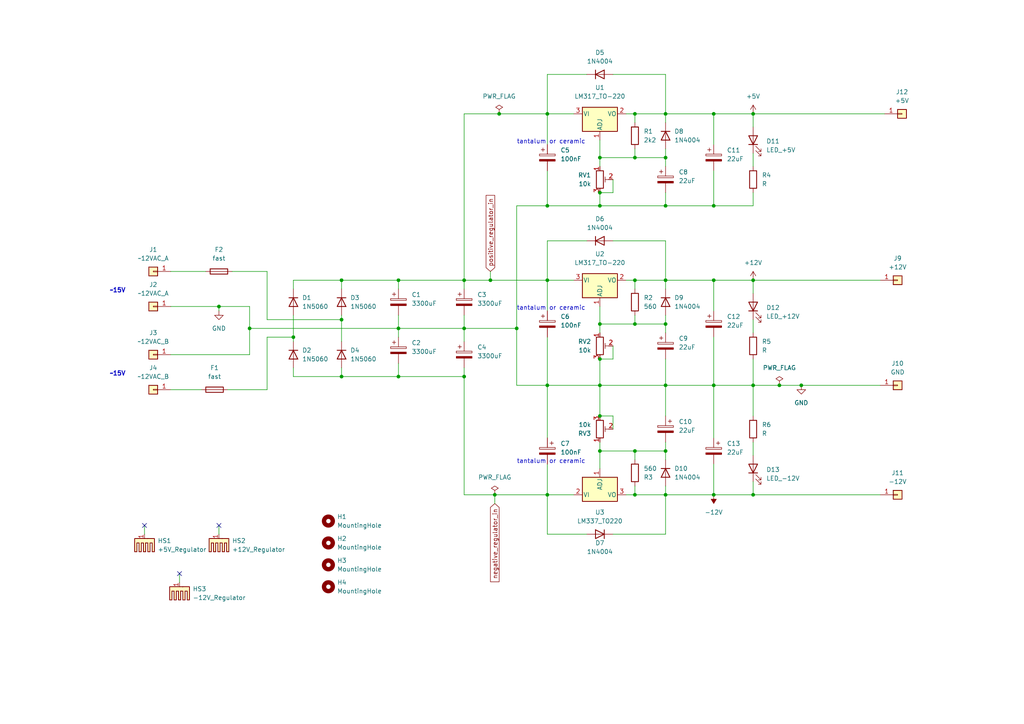
<source format=kicad_sch>
(kicad_sch (version 20211123) (generator eeschema)
  (paper "A4")
  (title_block (title "Eurorack PSU") (rev "0.1.0") (company "Butch Warns"))
  (lib_symbols
    (symbol "Connector_Generic:Conn_01x01" (pin_names (offset 1.016) hide)
      (property "Reference" "J" (at 0 2.54 0))
      (property "Value" "Conn_01x01" (at 0 -2.54 0))
      (symbol "Conn_01x01_1_1"
        (rectangle (start -1.27 0.127) (end 0 -0.127) (stroke (width 0.1524)))
        (rectangle (start -1.27 1.27) (end 1.27 -1.27) (stroke (width 0.254)) (fill (type background)))
        (pin passive line (at -5.08 0 0) (length 3.81) (name "Pin_1") (number "1"))
      )
    )
    (symbol "Device:C_Polarized" (pin_numbers hide) (pin_names (offset 0.254))
      (property "Reference" "C" (at 0.635 2.54 0))
      (property "Value" "C_Polarized" (at 0.635 -2.54 0))
      (symbol "C_Polarized_0_1"
        (rectangle (start -2.286 0.508) (end 2.286 1.016))
        (polyline (pts (xy -1.778 2.286) (xy -0.762 2.286)))
        (polyline (pts (xy -1.27 2.794) (xy -1.27 1.778)))
        (rectangle (start 2.286 -0.508) (end -2.286 -1.016) (fill (type outline)))
      )
      (symbol "C_Polarized_1_1"
        (pin passive line (at 0 3.81 270) (length 2.794) (name "~") (number "1"))
        (pin passive line (at 0 -3.81 90) (length 2.794) (name "~") (number "2"))
      )
    )
    (symbol "Device:Fuse" (pin_numbers hide) (pin_names (offset 0))
      (property "Reference" "F" (at 2.032 0 90))
      (property "Value" "Fuse" (at -1.905 0 90))
      (symbol "Fuse_0_1"
        (rectangle (start -0.762 -2.54) (end 0.762 2.54) (stroke (width 0.254)))
        (polyline (pts (xy 0 2.54) (xy 0 -2.54)))
      )
      (symbol "Fuse_1_1"
        (pin passive line (at 0 3.81 270) (length 1.27) (name "~") (number "1"))
        (pin passive line (at 0 -3.81 90) (length 1.27) (name "~") (number "2"))
      )
    )
    (symbol "Device:LED" (pin_numbers hide) (pin_names (offset 1.016) hide)
      (property "Reference" "D" (at 0 2.54 0))
      (property "Value" "LED" (at 0 -2.54 0))
      (symbol "LED_0_1"
        (polyline (pts (xy -1.27 -1.27) (xy -1.27 1.27)) (stroke (width 0.254)))
        (polyline (pts (xy -1.27 0) (xy 1.27 0)))
        (polyline (pts (xy 1.27 -1.27) (xy 1.27 1.27) (xy -1.27 0) (xy 1.27 -1.27)) (stroke (width 0.254)))
        (polyline (pts (xy -3.048 -0.762) (xy -4.572 -2.286) (xy -3.81 -2.286) (xy -4.572 -2.286) (xy -4.572 -1.524)))
        (polyline (pts (xy -1.778 -0.762) (xy -3.302 -2.286) (xy -2.54 -2.286) (xy -3.302 -2.286) (xy -3.302 -1.524)))
      )
      (symbol "LED_1_1"
        (pin passive line (at -3.81 0 0) (length 2.54) (name "K") (number "1"))
        (pin passive line (at 3.81 0 180) (length 2.54) (name "A") (number "2"))
      )
    )
    (symbol "Device:R" (pin_numbers hide) (pin_names (offset 0))
      (property "Reference" "R" (at 2.032 0 90))
      (property "Value" "R" (at 0 0 90))
      (symbol "R_0_1"
        (rectangle (start -1.016 -2.54) (end 1.016 2.54) (stroke (width 0.254)))
      )
      (symbol "R_1_1"
        (pin passive line (at 0 3.81 270) (length 1.27) (name "~") (number "1"))
        (pin passive line (at 0 -3.81 90) (length 1.27) (name "~") (number "2"))
      )
    )
    (symbol "Device:R_Potentiometer_Trim" (pin_names (offset 1.016) hide)
      (property "Reference" "RV" (at -4.445 0 90))
      (property "Value" "R_Potentiometer_Trim" (at -2.54 0 90))
      (symbol "R_Potentiometer_Trim_0_1"
        (polyline (pts (xy 1.524 0.762) (xy 1.524 -0.762)))
        (polyline (pts (xy 2.54 0) (xy 1.524 0)))
        (rectangle (start 1.016 2.54) (end -1.016 -2.54) (stroke (width 0.254)))
      )
      (symbol "R_Potentiometer_Trim_1_1"
        (pin passive line (at 0 3.81 270) (length 1.27) (name "1") (number "1"))
        (pin passive line (at 3.81 0 180) (length 1.27) (name "2") (number "2"))
        (pin passive line (at 0 -3.81 90) (length 1.27) (name "3") (number "3"))
      )
    )
    (symbol "Diode:1N4004" (pin_numbers hide) (pin_names (offset 1.016) hide)
      (property "Reference" "D" (at 0 2.54 0))
      (property "Value" "1N4004" (at 0 -2.54 0))
      (symbol "1N4004_0_1"
        (polyline (pts (xy -1.27 1.27) (xy -1.27 -1.27)) (stroke (width 0.254)))
        (polyline (pts (xy 1.27 0) (xy -1.27 0)))
        (polyline (pts (xy 1.27 1.27) (xy 1.27 -1.27) (xy -1.27 0) (xy 1.27 1.27)) (stroke (width 0.254)))
      )
      (symbol "1N4004_1_1"
        (pin passive line (at -3.81 0 0) (length 2.54) (name "K") (number "1"))
        (pin passive line (at 3.81 0 180) (length 2.54) (name "A") (number "2"))
      )
    )
    (symbol "Mechanical:Heatsink_Pad" (pin_names (offset 0))
      (property "Reference" "HS" (at 0 5.715 0))
      (property "Value" "Heatsink_Pad" (at 0 3.81 0))
      (symbol "Heatsink_Pad_0_1"
        (polyline (pts (xy -0.3302 0) (xy -0.9652 0) (xy -0.9652 2.54) (xy -1.6002 2.54) (xy -1.6002 0) (xy -2.2352 0) (xy -2.2352 2.54) (xy -2.8702 2.54) (xy -2.8702 -1.27) (xy -0.9652 -1.27)) (stroke (width 0.254)) (fill (type background)))
        (polyline (pts (xy -0.3302 0) (xy -0.3302 2.54) (xy 0.3048 2.54) (xy 0.3048 0) (xy 0.9398 0) (xy 0.9398 2.54) (xy 1.5748 2.54) (xy 1.5748 0) (xy 2.2098 0) (xy 2.2098 2.54) (xy 2.8448 2.54) (xy 2.8448 -1.27) (xy -0.9652 -1.27)) (stroke (width 0.254)) (fill (type background)))
      )
      (symbol "Heatsink_Pad_1_1"
        (pin passive line (at 0 -2.54 90) (length 1.27) (name "~") (number "1"))
      )
    )
    (symbol "Mechanical:MountingHole" (pin_names (offset 1.016))
      (property "Reference" "H" (at 0 5.08 0))
      (property "Value" "MountingHole" (at 0 3.175 0))
      (symbol "MountingHole_0_1"
        (circle (center 0 0) (radius 1.27) (stroke (width 1.27)))
      )
    )
    (symbol "Regulator_Linear:LM317_TO-220" (pin_names (offset 0.254))
      (property "Reference" "U" (at -3.81 3.175 0))
      (property "Value" "LM317_TO-220" (at 0 3.175 0))
      (symbol "LM317_TO-220_0_1"
        (rectangle (start -5.08 1.905) (end 5.08 -5.08) (stroke (width 0.254)) (fill (type background)))
      )
      (symbol "LM317_TO-220_1_1"
        (pin input line (at 0 -7.62 90) (length 2.54) (name "ADJ") (number "1"))
        (pin power_out line (at 7.62 0 180) (length 2.54) (name "VO") (number "2"))
        (pin power_in line (at -7.62 0 0) (length 2.54) (name "VI") (number "3"))
      )
    )
    (symbol "Regulator_Linear:LM337_TO220" (pin_names (offset 0.254))
      (property "Reference" "U" (at -3.81 -3.175 0))
      (property "Value" "LM337_TO220" (at 0 -3.175 0))
      (symbol "LM337_TO220_0_1"
        (rectangle (start -5.08 5.08) (end 5.08 -1.905) (stroke (width 0.254)) (fill (type background)))
      )
      (symbol "LM337_TO220_1_1"
        (pin input line (at 0 7.62 270) (length 2.54) (name "ADJ") (number "1"))
        (pin power_in line (at -7.62 0 0) (length 2.54) (name "VI") (number "2"))
        (pin power_out line (at 7.62 0 180) (length 2.54) (name "VO") (number "3"))
      )
    )
    (symbol "power:+12V" (power) (pin_names (offset 0))
      (property "Value" "+12V" (at 0 3.556 0))
      (symbol "+12V_0_1"
        (polyline (pts (xy -0.762 1.27) (xy 0 2.54)))
        (polyline (pts (xy 0 0) (xy 0 2.54)))
        (polyline (pts (xy 0 2.54) (xy 0.762 1.27)))
      )
      (symbol "+12V_1_1"
        (pin power_in line (at 0 0 90) (length 0) hide (name "+12V") (number "1"))
      )
    )
    (symbol "power:+5V" (power) (pin_names (offset 0))
      (property "Value" "+5V" (at 0 3.556 0))
      (symbol "+5V_0_1"
        (polyline (pts (xy -0.762 1.27) (xy 0 2.54)))
        (polyline (pts (xy 0 0) (xy 0 2.54)))
        (polyline (pts (xy 0 2.54) (xy 0.762 1.27)))
      )
      (symbol "+5V_1_1"
        (pin power_in line (at 0 0 90) (length 0) hide (name "+5V") (number "1"))
      )
    )
    (symbol "power:-12V" (power) (pin_names (offset 0))
      (property "Value" "-12V" (at 0 3.81 0))
      (symbol "-12V_0_0"
        (pin power_in line (at 0 0 90) (length 0) hide (name "-12V") (number "1"))
      )
      (symbol "-12V_0_1"
        (polyline (pts (xy 0 0) (xy 0 1.27) (xy 0.762 1.27) (xy 0 2.54) (xy -0.762 1.27) (xy 0 1.27)) (fill (type outline)))
      )
    )
    (symbol "power:GND" (power) (pin_names (offset 0))
      (property "Value" "GND" (at 0 -3.81 0))
      (symbol "GND_0_1"
        (polyline (pts (xy 0 0) (xy 0 -1.27) (xy 1.27 -1.27) (xy 0 -2.54) (xy -1.27 -1.27) (xy 0 -1.27)))
      )
      (symbol "GND_1_1"
        (pin power_in line (at 0 0 270) (length 0) hide (name "GND") (number "1"))
      )
    )
    (symbol "power:PWR_FLAG" (power) (pin_numbers hide) (pin_names (offset 0) hide)
      (property "Value" "PWR_FLAG" (at 0 3.81 0))
      (symbol "PWR_FLAG_0_0"
        (pin power_out line (at 0 0 90) (length 0) (name "pwr") (number "1"))
      )
      (symbol "PWR_FLAG_0_1"
        (polyline (pts (xy 0 0) (xy 0 1.27) (xy -1.016 1.905) (xy 0 2.54) (xy 1.016 1.905) (xy 0 1.27)))
      )
    )
  )
  (junction (at 134.62 81.28))
  (junction (at 207.01 59.69))
  (junction (at 142.24 81.28))
  (junction (at 218.44 143.51))
  (junction (at 193.04 111.76))
  (junction (at 173.99 104.14))
  (junction (at 173.99 130.81))
  (junction (at 173.99 111.76))
  (junction (at 184.15 81.28))
  (junction (at 193.04 81.28))
  (junction (at 184.15 45.72))
  (junction (at 99.06 81.28))
  (junction (at 173.99 55.88))
  (junction (at 149.86 95.25))
  (junction (at 218.44 81.28))
  (junction (at 184.15 33.02))
  (junction (at 173.99 120.65))
  (junction (at 207.01 143.51))
  (junction (at 207.01 33.02))
  (junction (at 193.04 130.81))
  (junction (at 184.15 143.51))
  (junction (at 115.57 81.28))
  (junction (at 184.15 93.98))
  (junction (at 63.5 88.9))
  (junction (at 193.04 59.69))
  (junction (at 173.99 59.69))
  (junction (at 184.15 130.81))
  (junction (at 99.06 92.71))
  (junction (at 158.75 143.51))
  (junction (at 158.75 33.02))
  (junction (at 193.04 33.02))
  (junction (at 72.39 95.25))
  (junction (at 207.01 81.28))
  (junction (at 115.57 95.25))
  (junction (at 158.75 81.28))
  (junction (at 193.04 93.98))
  (junction (at 134.62 95.25))
  (junction (at 193.04 45.72))
  (junction (at 173.99 93.98))
  (junction (at 158.75 111.76))
  (junction (at 226.06 111.76))
  (junction (at 207.01 111.76))
  (junction (at 173.99 45.72))
  (junction (at 99.06 109.22))
  (junction (at 232.41 111.76))
  (junction (at 134.62 109.22))
  (junction (at 143.51 143.51))
  (junction (at 193.04 143.51))
  (junction (at 218.44 111.76))
  (junction (at 85.09 97.79))
  (junction (at 144.78 33.02))
  (junction (at 115.57 109.22))
  (junction (at 158.75 59.69))
  (junction (at 218.44 33.02))
  (no_connect (at 52.07 166.37))
  (no_connect (at 63.5 152.4))
  (no_connect (at 41.91 152.4))
  (wire (pts (xy 85.09 109.22) (xy 85.09 106.68)))
  (wire (pts (xy 218.44 111.76) (xy 218.44 120.65)))
  (wire (pts (xy 77.47 78.74) (xy 77.47 92.71)))
  (wire (pts (xy 72.39 95.25) (xy 72.39 102.87)))
  (wire (pts (xy 184.15 143.51) (xy 184.15 140.97)))
  (wire (pts (xy 158.75 49.53) (xy 158.75 59.69)))
  (wire (pts (xy 134.62 83.82) (xy 134.62 81.28)))
  (wire (pts (xy 173.99 120.65) (xy 177.8 120.65)))
  (wire (pts (xy 144.78 33.02) (xy 158.75 33.02)))
  (wire (pts (xy 158.75 111.76) (xy 158.75 127)))
  (wire (pts (xy 115.57 95.25) (xy 134.62 95.25)))
  (wire (pts (xy 193.04 45.72) (xy 193.04 48.26)))
  (wire (pts (xy 77.47 97.79) (xy 85.09 97.79)))
  (wire (pts (xy 158.75 97.79) (xy 158.75 111.76)))
  (wire (pts (xy 115.57 91.44) (xy 115.57 95.25)))
  (wire (pts (xy 207.01 111.76) (xy 218.44 111.76)))
  (wire (pts (xy 85.09 91.44) (xy 85.09 97.79)))
  (wire (pts (xy 173.99 135.89) (xy 173.99 130.81)))
  (wire (pts (xy 63.5 88.9) (xy 63.5 90.17)))
  (wire (pts (xy 207.01 81.28) (xy 218.44 81.28)))
  (wire (pts (xy 52.07 166.37) (xy 52.07 168.91)))
  (wire (pts (xy 218.44 139.7) (xy 218.44 143.51)))
  (wire (pts (xy 170.18 69.85) (xy 158.75 69.85)))
  (wire (pts (xy 218.44 143.51) (xy 207.01 143.51)))
  (wire (pts (xy 193.04 81.28) (xy 193.04 83.82)))
  (wire (pts (xy 99.06 109.22) (xy 115.57 109.22)))
  (wire (pts (xy 184.15 91.44) (xy 184.15 93.98)))
  (wire (pts (xy 173.99 55.88) (xy 173.99 59.69)))
  (wire (pts (xy 134.62 95.25) (xy 134.62 99.06)))
  (wire (pts (xy 218.44 55.88) (xy 218.44 59.69)))
  (wire (pts (xy 134.62 81.28) (xy 142.24 81.28)))
  (wire (pts (xy 193.04 143.51) (xy 193.04 140.97)))
  (wire (pts (xy 173.99 104.14) (xy 177.8 104.14)))
  (wire (pts (xy 158.75 81.28) (xy 158.75 90.17)))
  (wire (pts (xy 207.01 33.02) (xy 218.44 33.02)))
  (wire (pts (xy 218.44 33.02) (xy 218.44 36.83)))
  (wire (pts (xy 134.62 81.28) (xy 115.57 81.28)))
  (wire (pts (xy 134.62 109.22) (xy 134.62 143.51)))
  (wire (pts (xy 184.15 93.98) (xy 193.04 93.98)))
  (wire (pts (xy 193.04 59.69) (xy 207.01 59.69)))
  (wire (pts (xy 193.04 93.98) (xy 193.04 96.52)))
  (wire (pts (xy 218.44 111.76) (xy 226.06 111.76)))
  (wire (pts (xy 173.99 104.14) (xy 173.99 111.76)))
  (wire (pts (xy 99.06 106.68) (xy 99.06 109.22)))
  (wire (pts (xy 226.06 111.76) (xy 232.41 111.76)))
  (wire (pts (xy 177.8 104.14) (xy 177.8 100.33)))
  (wire (pts (xy 173.99 130.81) (xy 173.99 128.27)))
  (wire (pts (xy 158.75 143.51) (xy 158.75 134.62)))
  (wire (pts (xy 134.62 33.02) (xy 144.78 33.02)))
  (wire (pts (xy 184.15 33.02) (xy 184.15 35.56)))
  (wire (pts (xy 193.04 154.94) (xy 193.04 143.51)))
  (wire (pts (xy 207.01 97.79) (xy 207.01 111.76)))
  (wire (pts (xy 193.04 130.81) (xy 193.04 128.27)))
  (wire (pts (xy 49.53 88.9) (xy 63.5 88.9)))
  (wire (pts (xy 193.04 21.59) (xy 193.04 33.02)))
  (wire (pts (xy 218.44 33.02) (xy 256.54 33.02)))
  (wire (pts (xy 207.01 134.62) (xy 207.01 143.51)))
  (wire (pts (xy 218.44 81.28) (xy 255.27 81.28)))
  (wire (pts (xy 193.04 111.76) (xy 207.01 111.76)))
  (wire (pts (xy 166.37 33.02) (xy 158.75 33.02)))
  (wire (pts (xy 173.99 88.9) (xy 173.99 93.98)))
  (wire (pts (xy 115.57 81.28) (xy 115.57 83.82)))
  (wire (pts (xy 99.06 92.71) (xy 99.06 99.06)))
  (wire (pts (xy 115.57 105.41) (xy 115.57 109.22)))
  (wire (pts (xy 207.01 41.91) (xy 207.01 33.02)))
  (wire (pts (xy 143.51 143.51) (xy 143.51 146.05)))
  (wire (pts (xy 115.57 95.25) (xy 115.57 97.79)))
  (wire (pts (xy 158.75 111.76) (xy 173.99 111.76)))
  (wire (pts (xy 142.24 78.74) (xy 142.24 81.28)))
  (wire (pts (xy 99.06 109.22) (xy 85.09 109.22)))
  (wire (pts (xy 177.8 154.94) (xy 193.04 154.94)))
  (wire (pts (xy 181.61 33.02) (xy 184.15 33.02)))
  (wire (pts (xy 193.04 69.85) (xy 193.04 81.28)))
  (wire (pts (xy 193.04 43.18) (xy 193.04 45.72)))
  (wire (pts (xy 218.44 81.28) (xy 218.44 85.09)))
  (wire (pts (xy 166.37 81.28) (xy 158.75 81.28)))
  (wire (pts (xy 85.09 83.82) (xy 85.09 81.28)))
  (wire (pts (xy 184.15 93.98) (xy 173.99 93.98)))
  (wire (pts (xy 85.09 97.79) (xy 85.09 99.06)))
  (wire (pts (xy 181.61 143.51) (xy 184.15 143.51)))
  (wire (pts (xy 232.41 111.76) (xy 255.27 111.76)))
  (wire (pts (xy 49.53 78.74) (xy 59.69 78.74)))
  (wire (pts (xy 218.44 92.71) (xy 218.44 96.52)))
  (wire (pts (xy 99.06 91.44) (xy 99.06 92.71)))
  (wire (pts (xy 207.01 81.28) (xy 193.04 81.28)))
  (wire (pts (xy 158.75 111.76) (xy 149.86 111.76)))
  (wire (pts (xy 49.53 113.03) (xy 58.42 113.03)))
  (wire (pts (xy 115.57 109.22) (xy 134.62 109.22)))
  (wire (pts (xy 207.01 33.02) (xy 193.04 33.02)))
  (wire (pts (xy 158.75 59.69) (xy 149.86 59.69)))
  (wire (pts (xy 85.09 81.28) (xy 99.06 81.28)))
  (wire (pts (xy 170.18 21.59) (xy 158.75 21.59)))
  (wire (pts (xy 134.62 95.25) (xy 149.86 95.25)))
  (wire (pts (xy 218.44 143.51) (xy 255.27 143.51)))
  (wire (pts (xy 193.04 111.76) (xy 193.04 120.65)))
  (wire (pts (xy 193.04 55.88) (xy 193.04 59.69)))
  (wire (pts (xy 184.15 133.35) (xy 184.15 130.81)))
  (wire (pts (xy 158.75 33.02) (xy 158.75 41.91)))
  (wire (pts (xy 193.04 59.69) (xy 173.99 59.69)))
  (wire (pts (xy 72.39 88.9) (xy 72.39 95.25)))
  (wire (pts (xy 184.15 130.81) (xy 173.99 130.81)))
  (wire (pts (xy 184.15 143.51) (xy 193.04 143.51)))
  (wire (pts (xy 177.8 120.65) (xy 177.8 124.46)))
  (wire (pts (xy 184.15 45.72) (xy 193.04 45.72)))
  (wire (pts (xy 184.15 45.72) (xy 173.99 45.72)))
  (wire (pts (xy 134.62 106.68) (xy 134.62 109.22)))
  (wire (pts (xy 193.04 33.02) (xy 193.04 35.56)))
  (wire (pts (xy 181.61 81.28) (xy 184.15 81.28)))
  (wire (pts (xy 177.8 55.88) (xy 177.8 52.07)))
  (wire (pts (xy 173.99 40.64) (xy 173.99 45.72)))
  (wire (pts (xy 99.06 81.28) (xy 115.57 81.28)))
  (wire (pts (xy 177.8 69.85) (xy 193.04 69.85)))
  (wire (pts (xy 149.86 95.25) (xy 149.86 111.76)))
  (wire (pts (xy 67.31 78.74) (xy 77.47 78.74)))
  (wire (pts (xy 207.01 59.69) (xy 207.01 49.53)))
  (wire (pts (xy 193.04 133.35) (xy 193.04 130.81)))
  (wire (pts (xy 99.06 81.28) (xy 99.06 83.82)))
  (wire (pts (xy 173.99 111.76) (xy 193.04 111.76)))
  (wire (pts (xy 184.15 81.28) (xy 184.15 83.82)))
  (wire (pts (xy 173.99 93.98) (xy 173.99 96.52)))
  (wire (pts (xy 207.01 111.76) (xy 207.01 127)))
  (wire (pts (xy 173.99 45.72) (xy 173.99 48.26)))
  (wire (pts (xy 218.44 128.27) (xy 218.44 132.08)))
  (wire (pts (xy 218.44 104.14) (xy 218.44 111.76)))
  (wire (pts (xy 134.62 143.51) (xy 143.51 143.51)))
  (wire (pts (xy 207.01 59.69) (xy 218.44 59.69)))
  (wire (pts (xy 207.01 81.28) (xy 207.01 90.17)))
  (wire (pts (xy 177.8 21.59) (xy 193.04 21.59)))
  (wire (pts (xy 158.75 21.59) (xy 158.75 33.02)))
  (wire (pts (xy 193.04 104.14) (xy 193.04 111.76)))
  (wire (pts (xy 173.99 55.88) (xy 177.8 55.88)))
  (wire (pts (xy 77.47 92.71) (xy 99.06 92.71)))
  (wire (pts (xy 158.75 154.94) (xy 158.75 143.51)))
  (wire (pts (xy 142.24 81.28) (xy 158.75 81.28)))
  (wire (pts (xy 134.62 81.28) (xy 134.62 33.02)))
  (wire (pts (xy 72.39 95.25) (xy 115.57 95.25)))
  (wire (pts (xy 63.5 152.4) (xy 63.5 154.94)))
  (wire (pts (xy 41.91 152.4) (xy 41.91 154.94)))
  (wire (pts (xy 166.37 143.51) (xy 158.75 143.51)))
  (wire (pts (xy 134.62 91.44) (xy 134.62 95.25)))
  (wire (pts (xy 158.75 69.85) (xy 158.75 81.28)))
  (wire (pts (xy 66.04 113.03) (xy 77.47 113.03)))
  (wire (pts (xy 143.51 143.51) (xy 158.75 143.51)))
  (wire (pts (xy 170.18 154.94) (xy 158.75 154.94)))
  (wire (pts (xy 184.15 81.28) (xy 193.04 81.28)))
  (wire (pts (xy 149.86 59.69) (xy 149.86 95.25)))
  (wire (pts (xy 184.15 43.18) (xy 184.15 45.72)))
  (wire (pts (xy 184.15 33.02) (xy 193.04 33.02)))
  (wire (pts (xy 184.15 130.81) (xy 193.04 130.81)))
  (wire (pts (xy 63.5 88.9) (xy 72.39 88.9)))
  (wire (pts (xy 77.47 113.03) (xy 77.47 97.79)))
  (wire (pts (xy 218.44 44.45) (xy 218.44 48.26)))
  (wire (pts (xy 49.53 102.87) (xy 72.39 102.87)))
  (wire (pts (xy 173.99 111.76) (xy 173.99 120.65)))
  (wire (pts (xy 158.75 59.69) (xy 173.99 59.69)))
  (wire (pts (xy 207.01 143.51) (xy 193.04 143.51)))
  (wire (pts (xy 193.04 91.44) (xy 193.04 93.98)))
  (text "tantalum or ceramic" (at 149.86 134.62 0) (effects (font (size 1.27 1.27)) (justify left bottom)))
  (text "~15V" (at 31.75 85.09 0) (effects (font (size 1.27 1.27) (thickness 0.254) bold) (justify left bottom)))
  (text "~15V" (at 31.75 109.22 0) (effects (font (size 1.27 1.27) (thickness 0.254) bold) (justify left bottom)))
  (text "tantalum or ceramic" (at 149.86 41.91 0) (effects (font (size 1.27 1.27)) (justify left bottom)))
  (text "tantalum or ceramic" (at 149.86 90.17 0) (effects (font (size 1.27 1.27)) (justify left bottom)))
  (global_label "positive_regulator_in" (shape input) (at 142.24 78.74 90) (property "Intersheet References" "${INTERSHEET_REFS}" (effects hide)))
  (global_label "negative_regulator_in" (shape input) (at 143.51 146.05 270) (property "Intersheet References" "${INTERSHEET_REFS}" (effects hide)))
  (symbol (lib_id "Device:C_Polarized") (at 134.62 87.63 0) (unit 1)
    (property "Reference" "C3" (at 138.43 85.4709 0) (effects (justify left)))
    (property "Value" "3300uF" (at 138.43 88.0109 0) (effects (justify left)))
    (property "Footprint" "Capacitor_THT:CP_Radial_D16.0mm_P7.50mm" (effects hide))
  )
  (symbol (lib_id "Device:LED") (at 218.44 135.89 90) (unit 1)
    (property "Reference" "D13" (at 222.25 136.2074 90) (effects (justify right)))
    (property "Value" "LED_-12V" (at 222.25 138.7474 90) (effects (justify right)))
    (property "Footprint" "LED_THT:LED_D3.0mm" (effects hide))
  )
  (symbol (lib_id "Mechanical:Heatsink_Pad") (at 63.5 157.48 180) (unit 1)
    (property "Reference" "HS2" (at 67.31 156.8449 0) (effects (justify right)))
    (property "Value" "+12V_Regulator" (at 67.31 159.3849 0) (effects (justify right)))
    (property "Footprint" "Heatsink:Heatsink_Fischer_SK129-STS_42x25mm_2xDrill2.5mm" (effects hide))
  )
  (symbol (lib_id "Mechanical:Heatsink_Pad") (at 52.07 171.45 180) (unit 1)
    (property "Reference" "HS3" (at 55.88 170.8149 0) (effects (justify right)))
    (property "Value" "-12V_Regulator" (at 55.88 173.3549 0) (effects (justify right)))
    (property "Footprint" "Heatsink:Heatsink_Fischer_SK129-STS_42x25mm_2xDrill2.5mm" (effects hide))
  )
  (symbol (lib_id "Mechanical:MountingHole") (at 95.25 170.18 0) (unit 1)
    (property "Reference" "H4" (at 97.79 168.9099 0) (effects (justify left)))
    (property "Value" "MountingHole" (at 97.79 171.4499 0) (effects (justify left)))
    (property "Footprint" "MountingHole:MountingHole_3.2mm_M3" (effects hide))
  )
  (symbol (lib_id "Connector_Generic:Conn_01x01") (at 44.45 102.87 180) (unit 1)
    (property "Reference" "J3" (at 44.45 96.52 0))
    (property "Value" "~12VAC_B" (at 44.45 99.06 0))
    (property "Footprint" "eurorack_drill_sizes:Flat_Connector_Vogt_6.35mm_P5mm" (effects hide))
  )
  (symbol (lib_id "Device:R") (at 184.15 87.63 0) (unit 1)
    (property "Reference" "R2" (at 186.69 86.3599 0) (effects (justify left)))
    (property "Value" "560" (at 186.69 88.8999 0) (effects (justify left)))
    (property "Footprint" "Resistor_THT:R_Axial_DIN0207_L6.3mm_D2.5mm_P7.62mm_Horizontal" (effects hide))
  )
  (symbol (lib_id "Connector_Generic:Conn_01x01") (at 260.35 143.51 0) (mirror x) (unit 1)
    (property "Reference" "J11" (at 260.35 137.16 0))
    (property "Value" "-12V" (at 260.35 139.7 0))
    (property "Footprint" "eurorack_drill_sizes:Flat_Connector_Vogt_6.35mm_P5mm" (effects hide))
  )
  (symbol (lib_id "Device:LED") (at 218.44 40.64 90) (unit 1)
    (property "Reference" "D11" (at 222.25 40.9574 90) (effects (justify right)))
    (property "Value" "LED_+5V" (at 222.25 43.4974 90) (effects (justify right)))
    (property "Footprint" "LED_THT:LED_D3.0mm" (effects hide))
  )
  (symbol (lib_id "Diode:1N4004") (at 193.04 87.63 270) (unit 1)
    (property "Reference" "D9" (at 195.58 86.3599 90) (effects (justify left)))
    (property "Value" "1N4004" (at 195.58 88.8999 90) (effects (justify left)))
    (property "Footprint" "Diode_THT:D_DO-41_SOD81_P10.16mm_Horizontal" (effects hide))
    (property "Datasheet" "http://www.vishay.com/docs/88503/1n4001.pdf" (effects hide))
  )
  (symbol (lib_id "Device:C_Polarized") (at 193.04 100.33 0) (unit 1)
    (property "Reference" "C9" (at 196.85 98.1709 0) (effects (justify left)))
    (property "Value" "22uF" (at 196.85 100.7109 0) (effects (justify left)))
    (property "Footprint" "Capacitor_THT:CP_Radial_D5.0mm_P2.00mm" (effects hide))
  )
  (symbol (lib_id "Device:Fuse") (at 63.5 78.74 90) (unit 1)
    (property "Reference" "F2" (at 63.5 72.39 90))
    (property "Value" " fast" (at 63.5 74.93 90))
    (property "Footprint" "Fuse:Fuseholder_Cylinder-5x20mm_Schurter_0031_8201_Horizontal_Open" (effects hide))
  )
  (symbol (lib_id "Mechanical:MountingHole") (at 95.25 157.48 0) (unit 1)
    (property "Reference" "H2" (at 97.79 156.2099 0) (effects (justify left)))
    (property "Value" "MountingHole" (at 97.79 158.7499 0) (effects (justify left)))
    (property "Footprint" "MountingHole:MountingHole_3.2mm_M3" (effects hide))
  )
  (symbol (lib_id "Mechanical:MountingHole") (at 95.25 151.13 0) (unit 1)
    (property "Reference" "H1" (at 97.79 149.8599 0) (effects (justify left)))
    (property "Value" "MountingHole" (at 97.79 152.3999 0) (effects (justify left)))
    (property "Footprint" "MountingHole:MountingHole_3.2mm_M3" (effects hide))
  )
  (symbol (lib_id "Diode:1N4004") (at 85.09 102.87 270) (unit 1)
    (property "Reference" "D2" (at 87.63 101.5999 90) (effects (justify left)))
    (property "Value" "1N5060" (at 87.63 104.1399 90) (effects (justify left)))
    (property "Footprint" "Diode_THT:D_DO-41_SOD81_P10.16mm_Horizontal" (effects hide))
    (property "Datasheet" "http://www.vishay.com/docs/88503/1n4001.pdf" (effects hide))
  )
  (symbol (lib_id "Regulator_Linear:LM317_TO-220") (at 173.99 81.28 0) (unit 1)
    (property "Reference" "U2" (at 173.99 73.66 0))
    (property "Value" "LM317_TO-220" (at 173.99 76.2 0))
    (property "Footprint" "Package_TO_SOT_THT:TO-220-3_Vertical" (effects hide))
    (property "Datasheet" "http://www.ti.com/lit/ds/symlink/lm317.pdf" (effects hide))
  )
  (symbol (lib_id "Device:C_Polarized") (at 207.01 93.98 0) (unit 1)
    (property "Reference" "C12" (at 210.82 91.8209 0) (effects (justify left)))
    (property "Value" "22uF" (at 210.82 94.3609 0) (effects (justify left)))
    (property "Footprint" "Capacitor_THT:CP_Radial_D5.0mm_P2.00mm" (effects hide))
  )
  (symbol (lib_id "power:PWR_FLAG") (at 226.06 111.76 0) (unit 1)
    (property "Reference" "#FLG0102" (effects hide))
    (property "Value" "PWR_FLAG" (at 226.06 106.68 0))
  )
  (symbol (lib_id "Diode:1N4004") (at 173.99 154.94 0) (mirror y) (unit 1)
    (property "Reference" "D7" (at 173.99 157.48 0))
    (property "Value" "1N4004" (at 173.99 160.02 0))
    (property "Footprint" "Diode_THT:D_DO-41_SOD81_P10.16mm_Horizontal" (effects hide))
    (property "Datasheet" "http://www.vishay.com/docs/88503/1n4001.pdf" (effects hide))
  )
  (symbol (lib_id "Device:R_Potentiometer_Trim") (at 173.99 124.46 0) (mirror x) (unit 1)
    (property "Reference" "RV3" (at 171.45 125.7301 0) (effects (justify right)))
    (property "Value" "10k" (at 171.45 123.1901 0) (effects (justify right)))
    (property "Footprint" "Potentiometer_THT:Potentiometer_Bourns_3296W_Vertical" (effects hide))
  )
  (symbol (lib_id "power:+5V") (at 218.44 33.02 0) (unit 1)
    (property "Reference" "#PWR0104" (effects hide))
    (property "Value" "+5V" (at 218.44 27.94 0))
  )
  (symbol (lib_id "Device:R") (at 218.44 100.33 0) (unit 1)
    (property "Reference" "R5" (at 220.98 99.0599 0) (effects (justify left)))
    (property "Value" "R" (at 220.98 101.5999 0) (effects (justify left)))
    (property "Footprint" "Resistor_THT:R_Axial_DIN0207_L6.3mm_D2.5mm_P7.62mm_Horizontal" (effects hide))
  )
  (symbol (lib_id "Diode:1N4004") (at 99.06 102.87 270) (unit 1)
    (property "Reference" "D4" (at 101.6 101.5999 90) (effects (justify left)))
    (property "Value" "1N5060" (at 101.6 104.1399 90) (effects (justify left)))
    (property "Footprint" "Diode_THT:D_DO-41_SOD81_P10.16mm_Horizontal" (effects hide))
    (property "Datasheet" "http://www.vishay.com/docs/88503/1n4001.pdf" (effects hide))
  )
  (symbol (lib_id "Diode:1N4004") (at 193.04 39.37 270) (unit 1)
    (property "Reference" "D8" (at 195.58 38.0999 90) (effects (justify left)))
    (property "Value" "1N4004" (at 195.58 40.6399 90) (effects (justify left)))
    (property "Footprint" "Diode_THT:D_DO-41_SOD81_P10.16mm_Horizontal" (effects hide))
    (property "Datasheet" "http://www.vishay.com/docs/88503/1n4001.pdf" (effects hide))
  )
  (symbol (lib_id "Mechanical:MountingHole") (at 95.25 163.83 0) (unit 1)
    (property "Reference" "H3" (at 97.79 162.5599 0) (effects (justify left)))
    (property "Value" "MountingHole" (at 97.79 165.0999 0) (effects (justify left)))
    (property "Footprint" "MountingHole:MountingHole_3.2mm_M3" (effects hide))
  )
  (symbol (lib_id "Device:C_Polarized") (at 134.62 102.87 0) (unit 1)
    (property "Reference" "C4" (at 138.43 100.7109 0) (effects (justify left)))
    (property "Value" "3300uF" (at 138.43 103.2509 0) (effects (justify left)))
    (property "Footprint" "Capacitor_THT:CP_Radial_D16.0mm_P7.50mm" (effects hide))
  )
  (symbol (lib_id "Connector_Generic:Conn_01x01") (at 44.45 78.74 180) (unit 1)
    (property "Reference" "J1" (at 44.45 72.39 0))
    (property "Value" "~12VAC_A" (at 44.45 74.93 0))
    (property "Footprint" "eurorack_drill_sizes:Flat_Connector_Vogt_6.35mm_P5mm" (effects hide))
  )
  (symbol (lib_id "Diode:1N4004") (at 173.99 69.85 0) (unit 1)
    (property "Reference" "D6" (at 173.99 63.5 0))
    (property "Value" "1N4004" (at 173.99 66.04 0))
    (property "Footprint" "Diode_THT:D_DO-41_SOD81_P10.16mm_Horizontal" (effects hide))
    (property "Datasheet" "http://www.vishay.com/docs/88503/1n4001.pdf" (effects hide))
  )
  (symbol (lib_id "Connector_Generic:Conn_01x01") (at 44.45 113.03 180) (unit 1)
    (property "Reference" "J4" (at 44.45 106.68 0))
    (property "Value" "~12VAC_B" (at 44.45 109.22 0))
    (property "Footprint" "eurorack_drill_sizes:Flat_Connector_Vogt_6.35mm_P5mm" (effects hide))
  )
  (symbol (lib_id "Device:C_Polarized") (at 207.01 130.81 0) (mirror y) (unit 1)
    (property "Reference" "C13" (at 210.82 128.6509 0) (effects (justify right)))
    (property "Value" "22uF" (at 210.82 131.1909 0) (effects (justify right)))
    (property "Footprint" "Capacitor_THT:CP_Radial_D5.0mm_P2.00mm" (effects hide))
  )
  (symbol (lib_id "Device:LED") (at 218.44 88.9 90) (unit 1)
    (property "Reference" "D12" (at 222.25 89.2174 90) (effects (justify right)))
    (property "Value" "LED_+12V" (at 222.25 91.7574 90) (effects (justify right)))
    (property "Footprint" "LED_THT:LED_D3.0mm" (effects hide))
  )
  (symbol (lib_id "Regulator_Linear:LM317_TO-220") (at 173.99 33.02 0) (unit 1)
    (property "Reference" "U1" (at 173.99 25.4 0))
    (property "Value" "LM317_TO-220" (at 173.99 27.94 0))
    (property "Footprint" "Package_TO_SOT_THT:TO-220-3_Vertical" (effects hide))
    (property "Datasheet" "http://www.ti.com/lit/ds/symlink/lm317.pdf" (effects hide))
  )
  (symbol (lib_id "Diode:1N4004") (at 193.04 137.16 90) (mirror x) (unit 1)
    (property "Reference" "D10" (at 195.58 135.8899 90) (effects (justify right)))
    (property "Value" "1N4004" (at 195.58 138.4299 90) (effects (justify right)))
    (property "Footprint" "Diode_THT:D_DO-41_SOD81_P10.16mm_Horizontal" (effects hide))
    (property "Datasheet" "http://www.vishay.com/docs/88503/1n4001.pdf" (effects hide))
  )
  (symbol (lib_id "Device:R") (at 218.44 52.07 0) (unit 1)
    (property "Reference" "R4" (at 220.98 50.7999 0) (effects (justify left)))
    (property "Value" "R" (at 220.98 53.3399 0) (effects (justify left)))
    (property "Footprint" "Resistor_THT:R_Axial_DIN0207_L6.3mm_D2.5mm_P7.62mm_Horizontal" (effects hide))
  )
  (symbol (lib_id "Device:R_Potentiometer_Trim") (at 173.99 100.33 0) (unit 1)
    (property "Reference" "RV2" (at 171.45 99.0599 0) (effects (justify right)))
    (property "Value" "10k" (at 171.45 101.5999 0) (effects (justify right)))
    (property "Footprint" "Potentiometer_THT:Potentiometer_Bourns_3296W_Vertical" (effects hide))
  )
  (symbol (lib_id "Regulator_Linear:LM337_TO220") (at 173.99 143.51 0) (unit 1)
    (property "Reference" "U3" (at 173.99 148.59 0))
    (property "Value" "LM337_TO220" (at 173.99 151.13 0))
    (property "Footprint" "Package_TO_SOT_THT:TO-220-3_Vertical" (effects hide))
    (property "Datasheet" "http://www.ti.com/lit/ds/symlink/lm337-n.pdf" (effects hide))
  )
  (symbol (lib_id "Device:C_Polarized") (at 158.75 45.72 0) (unit 1)
    (property "Reference" "C5" (at 162.56 43.5609 0) (effects (justify left)))
    (property "Value" "100nF" (at 162.56 46.1009 0) (effects (justify left)))
    (property "Footprint" "Capacitor_THT:C_Disc_D3.0mm_W1.6mm_P2.50mm" (effects hide))
  )
  (symbol (lib_id "Connector_Generic:Conn_01x01") (at 260.35 81.28 0) (mirror x) (unit 1)
    (property "Reference" "J9" (at 260.35 74.93 0))
    (property "Value" "+12V" (at 260.35 77.47 0))
    (property "Footprint" "eurorack_drill_sizes:Flat_Connector_Vogt_6.35mm_P5mm" (effects hide))
  )
  (symbol (lib_id "Connector_Generic:Conn_01x01") (at 261.62 33.02 0) (mirror x) (unit 1)
    (property "Reference" "J12" (at 261.62 26.67 0))
    (property "Value" "+5V" (at 261.62 29.21 0))
    (property "Footprint" "eurorack_drill_sizes:Flat_Connector_Vogt_6.35mm_P5mm" (effects hide))
  )
  (symbol (lib_id "Connector_Generic:Conn_01x01") (at 44.45 88.9 180) (unit 1)
    (property "Reference" "J2" (at 44.45 82.55 0))
    (property "Value" "~12VAC_A" (at 44.45 85.09 0))
    (property "Footprint" "eurorack_drill_sizes:Flat_Connector_Vogt_6.35mm_P5mm" (effects hide))
  )
  (symbol (lib_id "Diode:1N4004") (at 99.06 87.63 270) (unit 1)
    (property "Reference" "D3" (at 101.6 86.3599 90) (effects (justify left)))
    (property "Value" "1N5060" (at 101.6 88.8999 90) (effects (justify left)))
    (property "Footprint" "Diode_THT:D_DO-41_SOD81_P10.16mm_Horizontal" (effects hide))
    (property "Datasheet" "http://www.vishay.com/docs/88503/1n4001.pdf" (effects hide))
  )
  (symbol (lib_id "power:GND") (at 232.41 111.76 0) (unit 1)
    (property "Reference" "#PWR0103" (effects hide))
    (property "Value" "GND" (at 232.41 116.84 0))
  )
  (symbol (lib_id "Device:C_Polarized") (at 115.57 87.63 0) (unit 1)
    (property "Reference" "C1" (at 119.38 85.4709 0) (effects (justify left)))
    (property "Value" "3300uF" (at 119.38 88.0109 0) (effects (justify left)))
    (property "Footprint" "Capacitor_THT:CP_Radial_D16.0mm_P7.50mm" (effects hide))
  )
  (symbol (lib_id "Device:R") (at 184.15 39.37 0) (unit 1)
    (property "Reference" "R1" (at 186.69 38.0999 0) (effects (justify left)))
    (property "Value" "2k2" (at 186.69 40.6399 0) (effects (justify left)))
    (property "Footprint" "Resistor_THT:R_Axial_DIN0207_L6.3mm_D2.5mm_P7.62mm_Horizontal" (effects hide))
  )
  (symbol (lib_id "power:PWR_FLAG") (at 144.78 33.02 0) (unit 1)
    (property "Reference" "#FLG0101" (effects hide))
    (property "Value" "PWR_FLAG" (at 144.78 27.94 0))
  )
  (symbol (lib_id "Mechanical:Heatsink_Pad") (at 41.91 157.48 180) (unit 1)
    (property "Reference" "HS1" (at 45.72 156.8449 0) (effects (justify right)))
    (property "Value" "+5V_Regulator" (at 45.72 159.3849 0) (effects (justify right)))
    (property "Footprint" "Heatsink:Heatsink_Fischer_SK129-STS_42x25mm_2xDrill2.5mm" (effects hide))
  )
  (symbol (lib_id "Device:C_Polarized") (at 207.01 45.72 0) (unit 1)
    (property "Reference" "C11" (at 210.82 43.5609 0) (effects (justify left)))
    (property "Value" "22uF" (at 210.82 46.1009 0) (effects (justify left)))
    (property "Footprint" "Capacitor_THT:CP_Radial_D5.0mm_P2.00mm" (effects hide))
  )
  (symbol (lib_id "power:GND") (at 63.5 90.17 0) (unit 1)
    (property "Reference" "#PWR0107" (effects hide))
    (property "Value" "GND" (at 63.5 95.25 0))
  )
  (symbol (lib_id "Diode:1N4004") (at 173.99 21.59 0) (unit 1)
    (property "Reference" "D5" (at 173.99 15.24 0))
    (property "Value" "1N4004" (at 173.99 17.78 0))
    (property "Footprint" "Diode_THT:D_DO-41_SOD81_P10.16mm_Horizontal" (effects hide))
    (property "Datasheet" "http://www.vishay.com/docs/88503/1n4001.pdf" (effects hide))
  )
  (symbol (lib_id "Device:C_Polarized") (at 193.04 124.46 0) (mirror y) (unit 1)
    (property "Reference" "C10" (at 196.85 122.3009 0) (effects (justify right)))
    (property "Value" "22uF" (at 196.85 124.8409 0) (effects (justify right)))
    (property "Footprint" "Capacitor_THT:CP_Radial_D5.0mm_P2.00mm" (effects hide))
  )
  (symbol (lib_id "Device:C_Polarized") (at 115.57 101.6 0) (unit 1)
    (property "Reference" "C2" (at 119.38 99.4409 0) (effects (justify left)))
    (property "Value" "3300uF" (at 119.38 101.9809 0) (effects (justify left)))
    (property "Footprint" "Capacitor_THT:CP_Radial_D16.0mm_P7.50mm" (effects hide))
  )
  (symbol (lib_id "Device:C_Polarized") (at 158.75 130.81 0) (mirror y) (unit 1)
    (property "Reference" "C7" (at 162.56 128.6509 0) (effects (justify right)))
    (property "Value" "100nF" (at 162.56 131.1909 0) (effects (justify right)))
    (property "Footprint" "Capacitor_THT:C_Disc_D3.0mm_W1.6mm_P2.50mm" (effects hide))
  )
  (symbol (lib_id "Device:C_Polarized") (at 158.75 93.98 0) (unit 1)
    (property "Reference" "C6" (at 162.56 91.8209 0) (effects (justify left)))
    (property "Value" "100nF" (at 162.56 94.3609 0) (effects (justify left)))
    (property "Footprint" "Capacitor_THT:C_Disc_D3.0mm_W1.6mm_P2.50mm" (effects hide))
  )
  (symbol (lib_id "Device:C_Polarized") (at 193.04 52.07 0) (unit 1)
    (property "Reference" "C8" (at 196.85 49.9109 0) (effects (justify left)))
    (property "Value" "22uF" (at 196.85 52.4509 0) (effects (justify left)))
    (property "Footprint" "Capacitor_THT:CP_Radial_D5.0mm_P2.00mm" (effects hide))
  )
  (symbol (lib_id "Connector_Generic:Conn_01x01") (at 260.35 111.76 0) (mirror x) (unit 1)
    (property "Reference" "J10" (at 260.35 105.41 0))
    (property "Value" "GND" (at 260.35 107.95 0))
    (property "Footprint" "eurorack_drill_sizes:Flat_Connector_Vogt_6.35mm_P5mm" (effects hide))
  )
  (symbol (lib_id "Device:R_Potentiometer_Trim") (at 173.99 52.07 0) (unit 1)
    (property "Reference" "RV1" (at 171.45 50.7999 0) (effects (justify right)))
    (property "Value" "10k" (at 171.45 53.3399 0) (effects (justify right)))
    (property "Footprint" "Potentiometer_THT:Potentiometer_Bourns_3296W_Vertical" (effects hide))
  )
  (symbol (lib_id "Device:Fuse") (at 62.23 113.03 90) (unit 1)
    (property "Reference" "F1" (at 62.23 106.68 90))
    (property "Value" "fast" (at 62.23 109.22 90))
    (property "Footprint" "Fuse:Fuseholder_Cylinder-5x20mm_Schurter_0031_8201_Horizontal_Open" (effects hide))
  )
  (symbol (lib_id "power:-12V") (at 207.01 143.51 180) (unit 1)
    (property "Reference" "#PWR0101" (effects hide))
    (property "Value" "-12V" (at 207.01 148.59 0))
  )
  (symbol (lib_id "Device:R") (at 218.44 124.46 0) (unit 1)
    (property "Reference" "R6" (at 220.98 123.1899 0) (effects (justify left)))
    (property "Value" "R" (at 220.98 125.7299 0) (effects (justify left)))
    (property "Footprint" "Resistor_THT:R_Axial_DIN0207_L6.3mm_D2.5mm_P7.62mm_Horizontal" (effects hide))
  )
  (symbol (lib_id "power:+12V") (at 218.44 81.28 0) (unit 1)
    (property "Reference" "#PWR0102" (effects hide))
    (property "Value" "+12V" (at 218.44 76.2 0))
  )
  (symbol (lib_id "Diode:1N4004") (at 85.09 87.63 270) (unit 1)
    (property "Reference" "D1" (at 87.63 86.3599 90) (effects (justify left)))
    (property "Value" "1N5060" (at 87.63 88.8999 90) (effects (justify left)))
    (property "Footprint" "Diode_THT:D_DO-41_SOD81_P10.16mm_Horizontal" (effects hide))
    (property "Datasheet" "http://www.vishay.com/docs/88503/1n4001.pdf" (effects hide))
  )
  (symbol (lib_id "Device:R") (at 184.15 137.16 0) (mirror x) (unit 1)
    (property "Reference" "R3" (at 186.69 138.4301 0) (effects (justify left)))
    (property "Value" "560" (at 186.69 135.8901 0) (effects (justify left)))
    (property "Footprint" "Resistor_THT:R_Axial_DIN0207_L6.3mm_D2.5mm_P7.62mm_Horizontal" (effects hide))
  )
  (symbol (lib_id "power:PWR_FLAG") (at 143.51 143.51 0) (unit 1)
    (property "Reference" "#FLG0103" (effects hide))
    (property "Value" "PWR_FLAG" (at 143.51 138.43 0))
  )
)
</source>
